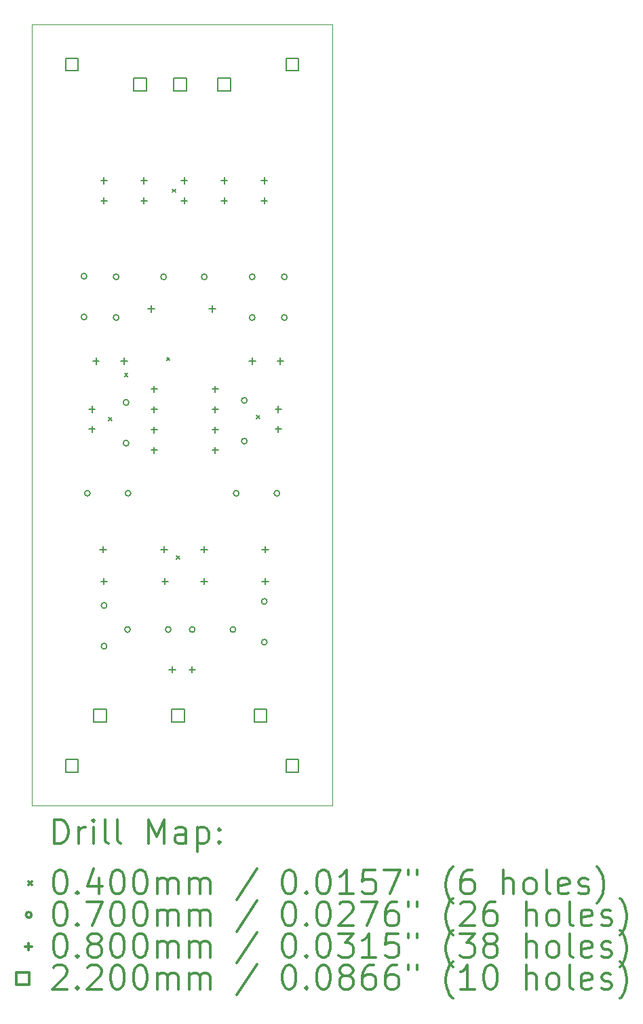
<source format=gbr>
%FSLAX45Y45*%
G04 Gerber Fmt 4.5, Leading zero omitted, Abs format (unit mm)*
G04 Created by KiCad (PCBNEW 5.1.10) date 2021-07-20 18:14:27*
%MOMM*%
%LPD*%
G01*
G04 APERTURE LIST*
%TA.AperFunction,Profile*%
%ADD10C,0.100000*%
%TD*%
%ADD11C,0.200000*%
%ADD12C,0.300000*%
G04 APERTURE END LIST*
D10*
X3750000Y-13000000D02*
X3750000Y-3250000D01*
X7500000Y-13000000D02*
X3750000Y-13000000D01*
X7500000Y-3250000D02*
X7500000Y-13000000D01*
X3750000Y-3250000D02*
X7500000Y-3250000D01*
D11*
X4705000Y-8155000D02*
X4745000Y-8195000D01*
X4745000Y-8155000D02*
X4705000Y-8195000D01*
X4905000Y-7605000D02*
X4945000Y-7645000D01*
X4945000Y-7605000D02*
X4905000Y-7645000D01*
X5430000Y-7405000D02*
X5470000Y-7445000D01*
X5470000Y-7405000D02*
X5430000Y-7445000D01*
X5505000Y-5305000D02*
X5545000Y-5345000D01*
X5545000Y-5305000D02*
X5505000Y-5345000D01*
X5555000Y-9880000D02*
X5595000Y-9920000D01*
X5595000Y-9880000D02*
X5555000Y-9920000D01*
X6555000Y-8130000D02*
X6595000Y-8170000D01*
X6595000Y-8130000D02*
X6555000Y-8170000D01*
X4435000Y-6392000D02*
G75*
G03*
X4435000Y-6392000I-35000J0D01*
G01*
X4435000Y-6900000D02*
G75*
G03*
X4435000Y-6900000I-35000J0D01*
G01*
X4477000Y-9100000D02*
G75*
G03*
X4477000Y-9100000I-35000J0D01*
G01*
X4685000Y-10500000D02*
G75*
G03*
X4685000Y-10500000I-35000J0D01*
G01*
X4685000Y-11008000D02*
G75*
G03*
X4685000Y-11008000I-35000J0D01*
G01*
X4835000Y-6400000D02*
G75*
G03*
X4835000Y-6400000I-35000J0D01*
G01*
X4835000Y-6908000D02*
G75*
G03*
X4835000Y-6908000I-35000J0D01*
G01*
X4960000Y-7967000D02*
G75*
G03*
X4960000Y-7967000I-35000J0D01*
G01*
X4960000Y-8475000D02*
G75*
G03*
X4960000Y-8475000I-35000J0D01*
G01*
X4977000Y-10800000D02*
G75*
G03*
X4977000Y-10800000I-35000J0D01*
G01*
X4985000Y-9100000D02*
G75*
G03*
X4985000Y-9100000I-35000J0D01*
G01*
X5427000Y-6400000D02*
G75*
G03*
X5427000Y-6400000I-35000J0D01*
G01*
X5485000Y-10800000D02*
G75*
G03*
X5485000Y-10800000I-35000J0D01*
G01*
X5785000Y-10800000D02*
G75*
G03*
X5785000Y-10800000I-35000J0D01*
G01*
X5935000Y-6400000D02*
G75*
G03*
X5935000Y-6400000I-35000J0D01*
G01*
X6293000Y-10800000D02*
G75*
G03*
X6293000Y-10800000I-35000J0D01*
G01*
X6335000Y-9100000D02*
G75*
G03*
X6335000Y-9100000I-35000J0D01*
G01*
X6435000Y-7942000D02*
G75*
G03*
X6435000Y-7942000I-35000J0D01*
G01*
X6435000Y-8450000D02*
G75*
G03*
X6435000Y-8450000I-35000J0D01*
G01*
X6535000Y-6400000D02*
G75*
G03*
X6535000Y-6400000I-35000J0D01*
G01*
X6535000Y-6908000D02*
G75*
G03*
X6535000Y-6908000I-35000J0D01*
G01*
X6685000Y-10450000D02*
G75*
G03*
X6685000Y-10450000I-35000J0D01*
G01*
X6685000Y-10958000D02*
G75*
G03*
X6685000Y-10958000I-35000J0D01*
G01*
X6843000Y-9100000D02*
G75*
G03*
X6843000Y-9100000I-35000J0D01*
G01*
X6935000Y-6400000D02*
G75*
G03*
X6935000Y-6400000I-35000J0D01*
G01*
X6935000Y-6908000D02*
G75*
G03*
X6935000Y-6908000I-35000J0D01*
G01*
X4500000Y-8010000D02*
X4500000Y-8090000D01*
X4460000Y-8050000D02*
X4540000Y-8050000D01*
X4500000Y-8260000D02*
X4500000Y-8340000D01*
X4460000Y-8300000D02*
X4540000Y-8300000D01*
X4550000Y-7410000D02*
X4550000Y-7490000D01*
X4510000Y-7450000D02*
X4590000Y-7450000D01*
X4638000Y-9760000D02*
X4638000Y-9840000D01*
X4598000Y-9800000D02*
X4678000Y-9800000D01*
X4650000Y-5160000D02*
X4650000Y-5240000D01*
X4610000Y-5200000D02*
X4690000Y-5200000D01*
X4650000Y-5410000D02*
X4650000Y-5490000D01*
X4610000Y-5450000D02*
X4690000Y-5450000D01*
X4650000Y-10160000D02*
X4650000Y-10240000D01*
X4610000Y-10200000D02*
X4690000Y-10200000D01*
X4900000Y-7410000D02*
X4900000Y-7490000D01*
X4860000Y-7450000D02*
X4940000Y-7450000D01*
X5150000Y-5160000D02*
X5150000Y-5240000D01*
X5110000Y-5200000D02*
X5190000Y-5200000D01*
X5150000Y-5410000D02*
X5150000Y-5490000D01*
X5110000Y-5450000D02*
X5190000Y-5450000D01*
X5238000Y-6760000D02*
X5238000Y-6840000D01*
X5198000Y-6800000D02*
X5278000Y-6800000D01*
X5275000Y-7760000D02*
X5275000Y-7840000D01*
X5235000Y-7800000D02*
X5315000Y-7800000D01*
X5275000Y-8014000D02*
X5275000Y-8094000D01*
X5235000Y-8054000D02*
X5315000Y-8054000D01*
X5275000Y-8268000D02*
X5275000Y-8348000D01*
X5235000Y-8308000D02*
X5315000Y-8308000D01*
X5275000Y-8522000D02*
X5275000Y-8602000D01*
X5235000Y-8562000D02*
X5315000Y-8562000D01*
X5400000Y-9760000D02*
X5400000Y-9840000D01*
X5360000Y-9800000D02*
X5440000Y-9800000D01*
X5412000Y-10160000D02*
X5412000Y-10240000D01*
X5372000Y-10200000D02*
X5452000Y-10200000D01*
X5500000Y-11260000D02*
X5500000Y-11340000D01*
X5460000Y-11300000D02*
X5540000Y-11300000D01*
X5650000Y-5160000D02*
X5650000Y-5240000D01*
X5610000Y-5200000D02*
X5690000Y-5200000D01*
X5650000Y-5410000D02*
X5650000Y-5490000D01*
X5610000Y-5450000D02*
X5690000Y-5450000D01*
X5750000Y-11260000D02*
X5750000Y-11340000D01*
X5710000Y-11300000D02*
X5790000Y-11300000D01*
X5900000Y-9760000D02*
X5900000Y-9840000D01*
X5860000Y-9800000D02*
X5940000Y-9800000D01*
X5900000Y-10160000D02*
X5900000Y-10240000D01*
X5860000Y-10200000D02*
X5940000Y-10200000D01*
X6000000Y-6760000D02*
X6000000Y-6840000D01*
X5960000Y-6800000D02*
X6040000Y-6800000D01*
X6037000Y-7760000D02*
X6037000Y-7840000D01*
X5997000Y-7800000D02*
X6077000Y-7800000D01*
X6037000Y-8014000D02*
X6037000Y-8094000D01*
X5997000Y-8054000D02*
X6077000Y-8054000D01*
X6037000Y-8268000D02*
X6037000Y-8348000D01*
X5997000Y-8308000D02*
X6077000Y-8308000D01*
X6037000Y-8522000D02*
X6037000Y-8602000D01*
X5997000Y-8562000D02*
X6077000Y-8562000D01*
X6150000Y-5160000D02*
X6150000Y-5240000D01*
X6110000Y-5200000D02*
X6190000Y-5200000D01*
X6150000Y-5410000D02*
X6150000Y-5490000D01*
X6110000Y-5450000D02*
X6190000Y-5450000D01*
X6500000Y-7410000D02*
X6500000Y-7490000D01*
X6460000Y-7450000D02*
X6540000Y-7450000D01*
X6650000Y-5160000D02*
X6650000Y-5240000D01*
X6610000Y-5200000D02*
X6690000Y-5200000D01*
X6650000Y-5410000D02*
X6650000Y-5490000D01*
X6610000Y-5450000D02*
X6690000Y-5450000D01*
X6662000Y-9760000D02*
X6662000Y-9840000D01*
X6622000Y-9800000D02*
X6702000Y-9800000D01*
X6662000Y-10160000D02*
X6662000Y-10240000D01*
X6622000Y-10200000D02*
X6702000Y-10200000D01*
X6825000Y-8010000D02*
X6825000Y-8090000D01*
X6785000Y-8050000D02*
X6865000Y-8050000D01*
X6825000Y-8260000D02*
X6825000Y-8340000D01*
X6785000Y-8300000D02*
X6865000Y-8300000D01*
X6850000Y-7410000D02*
X6850000Y-7490000D01*
X6810000Y-7450000D02*
X6890000Y-7450000D01*
X4327783Y-3827782D02*
X4327783Y-3672217D01*
X4172217Y-3672217D01*
X4172217Y-3827782D01*
X4327783Y-3827782D01*
X4327783Y-12577782D02*
X4327783Y-12422217D01*
X4172217Y-12422217D01*
X4172217Y-12577782D01*
X4327783Y-12577782D01*
X4677783Y-11952782D02*
X4677783Y-11797217D01*
X4522218Y-11797217D01*
X4522218Y-11952782D01*
X4677783Y-11952782D01*
X5177783Y-4077782D02*
X5177783Y-3922217D01*
X5022218Y-3922217D01*
X5022218Y-4077782D01*
X5177783Y-4077782D01*
X5652782Y-11952782D02*
X5652782Y-11797217D01*
X5497218Y-11797217D01*
X5497218Y-11952782D01*
X5652782Y-11952782D01*
X5677782Y-4077782D02*
X5677782Y-3922217D01*
X5522218Y-3922217D01*
X5522218Y-4077782D01*
X5677782Y-4077782D01*
X6227782Y-4077782D02*
X6227782Y-3922217D01*
X6072217Y-3922217D01*
X6072217Y-4077782D01*
X6227782Y-4077782D01*
X6677782Y-11952782D02*
X6677782Y-11797217D01*
X6522217Y-11797217D01*
X6522217Y-11952782D01*
X6677782Y-11952782D01*
X7077782Y-3827782D02*
X7077782Y-3672217D01*
X6922217Y-3672217D01*
X6922217Y-3827782D01*
X7077782Y-3827782D01*
X7077782Y-12577782D02*
X7077782Y-12422217D01*
X6922217Y-12422217D01*
X6922217Y-12577782D01*
X7077782Y-12577782D01*
D12*
X4031428Y-13470714D02*
X4031428Y-13170714D01*
X4102857Y-13170714D01*
X4145714Y-13185000D01*
X4174286Y-13213571D01*
X4188571Y-13242143D01*
X4202857Y-13299286D01*
X4202857Y-13342143D01*
X4188571Y-13399286D01*
X4174286Y-13427857D01*
X4145714Y-13456429D01*
X4102857Y-13470714D01*
X4031428Y-13470714D01*
X4331428Y-13470714D02*
X4331428Y-13270714D01*
X4331428Y-13327857D02*
X4345714Y-13299286D01*
X4360000Y-13285000D01*
X4388571Y-13270714D01*
X4417143Y-13270714D01*
X4517143Y-13470714D02*
X4517143Y-13270714D01*
X4517143Y-13170714D02*
X4502857Y-13185000D01*
X4517143Y-13199286D01*
X4531428Y-13185000D01*
X4517143Y-13170714D01*
X4517143Y-13199286D01*
X4702857Y-13470714D02*
X4674286Y-13456429D01*
X4660000Y-13427857D01*
X4660000Y-13170714D01*
X4860000Y-13470714D02*
X4831428Y-13456429D01*
X4817143Y-13427857D01*
X4817143Y-13170714D01*
X5202857Y-13470714D02*
X5202857Y-13170714D01*
X5302857Y-13385000D01*
X5402857Y-13170714D01*
X5402857Y-13470714D01*
X5674286Y-13470714D02*
X5674286Y-13313571D01*
X5660000Y-13285000D01*
X5631428Y-13270714D01*
X5574286Y-13270714D01*
X5545714Y-13285000D01*
X5674286Y-13456429D02*
X5645714Y-13470714D01*
X5574286Y-13470714D01*
X5545714Y-13456429D01*
X5531428Y-13427857D01*
X5531428Y-13399286D01*
X5545714Y-13370714D01*
X5574286Y-13356429D01*
X5645714Y-13356429D01*
X5674286Y-13342143D01*
X5817143Y-13270714D02*
X5817143Y-13570714D01*
X5817143Y-13285000D02*
X5845714Y-13270714D01*
X5902857Y-13270714D01*
X5931428Y-13285000D01*
X5945714Y-13299286D01*
X5960000Y-13327857D01*
X5960000Y-13413571D01*
X5945714Y-13442143D01*
X5931428Y-13456429D01*
X5902857Y-13470714D01*
X5845714Y-13470714D01*
X5817143Y-13456429D01*
X6088571Y-13442143D02*
X6102857Y-13456429D01*
X6088571Y-13470714D01*
X6074286Y-13456429D01*
X6088571Y-13442143D01*
X6088571Y-13470714D01*
X6088571Y-13285000D02*
X6102857Y-13299286D01*
X6088571Y-13313571D01*
X6074286Y-13299286D01*
X6088571Y-13285000D01*
X6088571Y-13313571D01*
X3705000Y-13945000D02*
X3745000Y-13985000D01*
X3745000Y-13945000D02*
X3705000Y-13985000D01*
X4088571Y-13800714D02*
X4117143Y-13800714D01*
X4145714Y-13815000D01*
X4160000Y-13829286D01*
X4174286Y-13857857D01*
X4188571Y-13915000D01*
X4188571Y-13986429D01*
X4174286Y-14043571D01*
X4160000Y-14072143D01*
X4145714Y-14086429D01*
X4117143Y-14100714D01*
X4088571Y-14100714D01*
X4060000Y-14086429D01*
X4045714Y-14072143D01*
X4031428Y-14043571D01*
X4017143Y-13986429D01*
X4017143Y-13915000D01*
X4031428Y-13857857D01*
X4045714Y-13829286D01*
X4060000Y-13815000D01*
X4088571Y-13800714D01*
X4317143Y-14072143D02*
X4331428Y-14086429D01*
X4317143Y-14100714D01*
X4302857Y-14086429D01*
X4317143Y-14072143D01*
X4317143Y-14100714D01*
X4588571Y-13900714D02*
X4588571Y-14100714D01*
X4517143Y-13786429D02*
X4445714Y-14000714D01*
X4631428Y-14000714D01*
X4802857Y-13800714D02*
X4831428Y-13800714D01*
X4860000Y-13815000D01*
X4874286Y-13829286D01*
X4888571Y-13857857D01*
X4902857Y-13915000D01*
X4902857Y-13986429D01*
X4888571Y-14043571D01*
X4874286Y-14072143D01*
X4860000Y-14086429D01*
X4831428Y-14100714D01*
X4802857Y-14100714D01*
X4774286Y-14086429D01*
X4760000Y-14072143D01*
X4745714Y-14043571D01*
X4731428Y-13986429D01*
X4731428Y-13915000D01*
X4745714Y-13857857D01*
X4760000Y-13829286D01*
X4774286Y-13815000D01*
X4802857Y-13800714D01*
X5088571Y-13800714D02*
X5117143Y-13800714D01*
X5145714Y-13815000D01*
X5160000Y-13829286D01*
X5174286Y-13857857D01*
X5188571Y-13915000D01*
X5188571Y-13986429D01*
X5174286Y-14043571D01*
X5160000Y-14072143D01*
X5145714Y-14086429D01*
X5117143Y-14100714D01*
X5088571Y-14100714D01*
X5060000Y-14086429D01*
X5045714Y-14072143D01*
X5031428Y-14043571D01*
X5017143Y-13986429D01*
X5017143Y-13915000D01*
X5031428Y-13857857D01*
X5045714Y-13829286D01*
X5060000Y-13815000D01*
X5088571Y-13800714D01*
X5317143Y-14100714D02*
X5317143Y-13900714D01*
X5317143Y-13929286D02*
X5331428Y-13915000D01*
X5360000Y-13900714D01*
X5402857Y-13900714D01*
X5431428Y-13915000D01*
X5445714Y-13943571D01*
X5445714Y-14100714D01*
X5445714Y-13943571D02*
X5460000Y-13915000D01*
X5488571Y-13900714D01*
X5531428Y-13900714D01*
X5560000Y-13915000D01*
X5574286Y-13943571D01*
X5574286Y-14100714D01*
X5717143Y-14100714D02*
X5717143Y-13900714D01*
X5717143Y-13929286D02*
X5731428Y-13915000D01*
X5760000Y-13900714D01*
X5802857Y-13900714D01*
X5831428Y-13915000D01*
X5845714Y-13943571D01*
X5845714Y-14100714D01*
X5845714Y-13943571D02*
X5860000Y-13915000D01*
X5888571Y-13900714D01*
X5931428Y-13900714D01*
X5960000Y-13915000D01*
X5974286Y-13943571D01*
X5974286Y-14100714D01*
X6560000Y-13786429D02*
X6302857Y-14172143D01*
X6945714Y-13800714D02*
X6974286Y-13800714D01*
X7002857Y-13815000D01*
X7017143Y-13829286D01*
X7031428Y-13857857D01*
X7045714Y-13915000D01*
X7045714Y-13986429D01*
X7031428Y-14043571D01*
X7017143Y-14072143D01*
X7002857Y-14086429D01*
X6974286Y-14100714D01*
X6945714Y-14100714D01*
X6917143Y-14086429D01*
X6902857Y-14072143D01*
X6888571Y-14043571D01*
X6874286Y-13986429D01*
X6874286Y-13915000D01*
X6888571Y-13857857D01*
X6902857Y-13829286D01*
X6917143Y-13815000D01*
X6945714Y-13800714D01*
X7174286Y-14072143D02*
X7188571Y-14086429D01*
X7174286Y-14100714D01*
X7160000Y-14086429D01*
X7174286Y-14072143D01*
X7174286Y-14100714D01*
X7374286Y-13800714D02*
X7402857Y-13800714D01*
X7431428Y-13815000D01*
X7445714Y-13829286D01*
X7460000Y-13857857D01*
X7474286Y-13915000D01*
X7474286Y-13986429D01*
X7460000Y-14043571D01*
X7445714Y-14072143D01*
X7431428Y-14086429D01*
X7402857Y-14100714D01*
X7374286Y-14100714D01*
X7345714Y-14086429D01*
X7331428Y-14072143D01*
X7317143Y-14043571D01*
X7302857Y-13986429D01*
X7302857Y-13915000D01*
X7317143Y-13857857D01*
X7331428Y-13829286D01*
X7345714Y-13815000D01*
X7374286Y-13800714D01*
X7760000Y-14100714D02*
X7588571Y-14100714D01*
X7674286Y-14100714D02*
X7674286Y-13800714D01*
X7645714Y-13843571D01*
X7617143Y-13872143D01*
X7588571Y-13886429D01*
X8031428Y-13800714D02*
X7888571Y-13800714D01*
X7874286Y-13943571D01*
X7888571Y-13929286D01*
X7917143Y-13915000D01*
X7988571Y-13915000D01*
X8017143Y-13929286D01*
X8031428Y-13943571D01*
X8045714Y-13972143D01*
X8045714Y-14043571D01*
X8031428Y-14072143D01*
X8017143Y-14086429D01*
X7988571Y-14100714D01*
X7917143Y-14100714D01*
X7888571Y-14086429D01*
X7874286Y-14072143D01*
X8145714Y-13800714D02*
X8345714Y-13800714D01*
X8217143Y-14100714D01*
X8445714Y-13800714D02*
X8445714Y-13857857D01*
X8560000Y-13800714D02*
X8560000Y-13857857D01*
X9002857Y-14215000D02*
X8988571Y-14200714D01*
X8960000Y-14157857D01*
X8945714Y-14129286D01*
X8931428Y-14086429D01*
X8917143Y-14015000D01*
X8917143Y-13957857D01*
X8931428Y-13886429D01*
X8945714Y-13843571D01*
X8960000Y-13815000D01*
X8988571Y-13772143D01*
X9002857Y-13757857D01*
X9245714Y-13800714D02*
X9188571Y-13800714D01*
X9160000Y-13815000D01*
X9145714Y-13829286D01*
X9117143Y-13872143D01*
X9102857Y-13929286D01*
X9102857Y-14043571D01*
X9117143Y-14072143D01*
X9131428Y-14086429D01*
X9160000Y-14100714D01*
X9217143Y-14100714D01*
X9245714Y-14086429D01*
X9260000Y-14072143D01*
X9274286Y-14043571D01*
X9274286Y-13972143D01*
X9260000Y-13943571D01*
X9245714Y-13929286D01*
X9217143Y-13915000D01*
X9160000Y-13915000D01*
X9131428Y-13929286D01*
X9117143Y-13943571D01*
X9102857Y-13972143D01*
X9631428Y-14100714D02*
X9631428Y-13800714D01*
X9760000Y-14100714D02*
X9760000Y-13943571D01*
X9745714Y-13915000D01*
X9717143Y-13900714D01*
X9674286Y-13900714D01*
X9645714Y-13915000D01*
X9631428Y-13929286D01*
X9945714Y-14100714D02*
X9917143Y-14086429D01*
X9902857Y-14072143D01*
X9888571Y-14043571D01*
X9888571Y-13957857D01*
X9902857Y-13929286D01*
X9917143Y-13915000D01*
X9945714Y-13900714D01*
X9988571Y-13900714D01*
X10017143Y-13915000D01*
X10031428Y-13929286D01*
X10045714Y-13957857D01*
X10045714Y-14043571D01*
X10031428Y-14072143D01*
X10017143Y-14086429D01*
X9988571Y-14100714D01*
X9945714Y-14100714D01*
X10217143Y-14100714D02*
X10188571Y-14086429D01*
X10174286Y-14057857D01*
X10174286Y-13800714D01*
X10445714Y-14086429D02*
X10417143Y-14100714D01*
X10360000Y-14100714D01*
X10331428Y-14086429D01*
X10317143Y-14057857D01*
X10317143Y-13943571D01*
X10331428Y-13915000D01*
X10360000Y-13900714D01*
X10417143Y-13900714D01*
X10445714Y-13915000D01*
X10460000Y-13943571D01*
X10460000Y-13972143D01*
X10317143Y-14000714D01*
X10574286Y-14086429D02*
X10602857Y-14100714D01*
X10660000Y-14100714D01*
X10688571Y-14086429D01*
X10702857Y-14057857D01*
X10702857Y-14043571D01*
X10688571Y-14015000D01*
X10660000Y-14000714D01*
X10617143Y-14000714D01*
X10588571Y-13986429D01*
X10574286Y-13957857D01*
X10574286Y-13943571D01*
X10588571Y-13915000D01*
X10617143Y-13900714D01*
X10660000Y-13900714D01*
X10688571Y-13915000D01*
X10802857Y-14215000D02*
X10817143Y-14200714D01*
X10845714Y-14157857D01*
X10860000Y-14129286D01*
X10874286Y-14086429D01*
X10888571Y-14015000D01*
X10888571Y-13957857D01*
X10874286Y-13886429D01*
X10860000Y-13843571D01*
X10845714Y-13815000D01*
X10817143Y-13772143D01*
X10802857Y-13757857D01*
X3745000Y-14361000D02*
G75*
G03*
X3745000Y-14361000I-35000J0D01*
G01*
X4088571Y-14196714D02*
X4117143Y-14196714D01*
X4145714Y-14211000D01*
X4160000Y-14225286D01*
X4174286Y-14253857D01*
X4188571Y-14311000D01*
X4188571Y-14382429D01*
X4174286Y-14439571D01*
X4160000Y-14468143D01*
X4145714Y-14482429D01*
X4117143Y-14496714D01*
X4088571Y-14496714D01*
X4060000Y-14482429D01*
X4045714Y-14468143D01*
X4031428Y-14439571D01*
X4017143Y-14382429D01*
X4017143Y-14311000D01*
X4031428Y-14253857D01*
X4045714Y-14225286D01*
X4060000Y-14211000D01*
X4088571Y-14196714D01*
X4317143Y-14468143D02*
X4331428Y-14482429D01*
X4317143Y-14496714D01*
X4302857Y-14482429D01*
X4317143Y-14468143D01*
X4317143Y-14496714D01*
X4431428Y-14196714D02*
X4631428Y-14196714D01*
X4502857Y-14496714D01*
X4802857Y-14196714D02*
X4831428Y-14196714D01*
X4860000Y-14211000D01*
X4874286Y-14225286D01*
X4888571Y-14253857D01*
X4902857Y-14311000D01*
X4902857Y-14382429D01*
X4888571Y-14439571D01*
X4874286Y-14468143D01*
X4860000Y-14482429D01*
X4831428Y-14496714D01*
X4802857Y-14496714D01*
X4774286Y-14482429D01*
X4760000Y-14468143D01*
X4745714Y-14439571D01*
X4731428Y-14382429D01*
X4731428Y-14311000D01*
X4745714Y-14253857D01*
X4760000Y-14225286D01*
X4774286Y-14211000D01*
X4802857Y-14196714D01*
X5088571Y-14196714D02*
X5117143Y-14196714D01*
X5145714Y-14211000D01*
X5160000Y-14225286D01*
X5174286Y-14253857D01*
X5188571Y-14311000D01*
X5188571Y-14382429D01*
X5174286Y-14439571D01*
X5160000Y-14468143D01*
X5145714Y-14482429D01*
X5117143Y-14496714D01*
X5088571Y-14496714D01*
X5060000Y-14482429D01*
X5045714Y-14468143D01*
X5031428Y-14439571D01*
X5017143Y-14382429D01*
X5017143Y-14311000D01*
X5031428Y-14253857D01*
X5045714Y-14225286D01*
X5060000Y-14211000D01*
X5088571Y-14196714D01*
X5317143Y-14496714D02*
X5317143Y-14296714D01*
X5317143Y-14325286D02*
X5331428Y-14311000D01*
X5360000Y-14296714D01*
X5402857Y-14296714D01*
X5431428Y-14311000D01*
X5445714Y-14339571D01*
X5445714Y-14496714D01*
X5445714Y-14339571D02*
X5460000Y-14311000D01*
X5488571Y-14296714D01*
X5531428Y-14296714D01*
X5560000Y-14311000D01*
X5574286Y-14339571D01*
X5574286Y-14496714D01*
X5717143Y-14496714D02*
X5717143Y-14296714D01*
X5717143Y-14325286D02*
X5731428Y-14311000D01*
X5760000Y-14296714D01*
X5802857Y-14296714D01*
X5831428Y-14311000D01*
X5845714Y-14339571D01*
X5845714Y-14496714D01*
X5845714Y-14339571D02*
X5860000Y-14311000D01*
X5888571Y-14296714D01*
X5931428Y-14296714D01*
X5960000Y-14311000D01*
X5974286Y-14339571D01*
X5974286Y-14496714D01*
X6560000Y-14182429D02*
X6302857Y-14568143D01*
X6945714Y-14196714D02*
X6974286Y-14196714D01*
X7002857Y-14211000D01*
X7017143Y-14225286D01*
X7031428Y-14253857D01*
X7045714Y-14311000D01*
X7045714Y-14382429D01*
X7031428Y-14439571D01*
X7017143Y-14468143D01*
X7002857Y-14482429D01*
X6974286Y-14496714D01*
X6945714Y-14496714D01*
X6917143Y-14482429D01*
X6902857Y-14468143D01*
X6888571Y-14439571D01*
X6874286Y-14382429D01*
X6874286Y-14311000D01*
X6888571Y-14253857D01*
X6902857Y-14225286D01*
X6917143Y-14211000D01*
X6945714Y-14196714D01*
X7174286Y-14468143D02*
X7188571Y-14482429D01*
X7174286Y-14496714D01*
X7160000Y-14482429D01*
X7174286Y-14468143D01*
X7174286Y-14496714D01*
X7374286Y-14196714D02*
X7402857Y-14196714D01*
X7431428Y-14211000D01*
X7445714Y-14225286D01*
X7460000Y-14253857D01*
X7474286Y-14311000D01*
X7474286Y-14382429D01*
X7460000Y-14439571D01*
X7445714Y-14468143D01*
X7431428Y-14482429D01*
X7402857Y-14496714D01*
X7374286Y-14496714D01*
X7345714Y-14482429D01*
X7331428Y-14468143D01*
X7317143Y-14439571D01*
X7302857Y-14382429D01*
X7302857Y-14311000D01*
X7317143Y-14253857D01*
X7331428Y-14225286D01*
X7345714Y-14211000D01*
X7374286Y-14196714D01*
X7588571Y-14225286D02*
X7602857Y-14211000D01*
X7631428Y-14196714D01*
X7702857Y-14196714D01*
X7731428Y-14211000D01*
X7745714Y-14225286D01*
X7760000Y-14253857D01*
X7760000Y-14282429D01*
X7745714Y-14325286D01*
X7574286Y-14496714D01*
X7760000Y-14496714D01*
X7860000Y-14196714D02*
X8060000Y-14196714D01*
X7931428Y-14496714D01*
X8302857Y-14196714D02*
X8245714Y-14196714D01*
X8217143Y-14211000D01*
X8202857Y-14225286D01*
X8174286Y-14268143D01*
X8160000Y-14325286D01*
X8160000Y-14439571D01*
X8174286Y-14468143D01*
X8188571Y-14482429D01*
X8217143Y-14496714D01*
X8274286Y-14496714D01*
X8302857Y-14482429D01*
X8317143Y-14468143D01*
X8331428Y-14439571D01*
X8331428Y-14368143D01*
X8317143Y-14339571D01*
X8302857Y-14325286D01*
X8274286Y-14311000D01*
X8217143Y-14311000D01*
X8188571Y-14325286D01*
X8174286Y-14339571D01*
X8160000Y-14368143D01*
X8445714Y-14196714D02*
X8445714Y-14253857D01*
X8560000Y-14196714D02*
X8560000Y-14253857D01*
X9002857Y-14611000D02*
X8988571Y-14596714D01*
X8960000Y-14553857D01*
X8945714Y-14525286D01*
X8931428Y-14482429D01*
X8917143Y-14411000D01*
X8917143Y-14353857D01*
X8931428Y-14282429D01*
X8945714Y-14239571D01*
X8960000Y-14211000D01*
X8988571Y-14168143D01*
X9002857Y-14153857D01*
X9102857Y-14225286D02*
X9117143Y-14211000D01*
X9145714Y-14196714D01*
X9217143Y-14196714D01*
X9245714Y-14211000D01*
X9260000Y-14225286D01*
X9274286Y-14253857D01*
X9274286Y-14282429D01*
X9260000Y-14325286D01*
X9088571Y-14496714D01*
X9274286Y-14496714D01*
X9531428Y-14196714D02*
X9474286Y-14196714D01*
X9445714Y-14211000D01*
X9431428Y-14225286D01*
X9402857Y-14268143D01*
X9388571Y-14325286D01*
X9388571Y-14439571D01*
X9402857Y-14468143D01*
X9417143Y-14482429D01*
X9445714Y-14496714D01*
X9502857Y-14496714D01*
X9531428Y-14482429D01*
X9545714Y-14468143D01*
X9560000Y-14439571D01*
X9560000Y-14368143D01*
X9545714Y-14339571D01*
X9531428Y-14325286D01*
X9502857Y-14311000D01*
X9445714Y-14311000D01*
X9417143Y-14325286D01*
X9402857Y-14339571D01*
X9388571Y-14368143D01*
X9917143Y-14496714D02*
X9917143Y-14196714D01*
X10045714Y-14496714D02*
X10045714Y-14339571D01*
X10031428Y-14311000D01*
X10002857Y-14296714D01*
X9960000Y-14296714D01*
X9931428Y-14311000D01*
X9917143Y-14325286D01*
X10231428Y-14496714D02*
X10202857Y-14482429D01*
X10188571Y-14468143D01*
X10174286Y-14439571D01*
X10174286Y-14353857D01*
X10188571Y-14325286D01*
X10202857Y-14311000D01*
X10231428Y-14296714D01*
X10274286Y-14296714D01*
X10302857Y-14311000D01*
X10317143Y-14325286D01*
X10331428Y-14353857D01*
X10331428Y-14439571D01*
X10317143Y-14468143D01*
X10302857Y-14482429D01*
X10274286Y-14496714D01*
X10231428Y-14496714D01*
X10502857Y-14496714D02*
X10474286Y-14482429D01*
X10460000Y-14453857D01*
X10460000Y-14196714D01*
X10731428Y-14482429D02*
X10702857Y-14496714D01*
X10645714Y-14496714D01*
X10617143Y-14482429D01*
X10602857Y-14453857D01*
X10602857Y-14339571D01*
X10617143Y-14311000D01*
X10645714Y-14296714D01*
X10702857Y-14296714D01*
X10731428Y-14311000D01*
X10745714Y-14339571D01*
X10745714Y-14368143D01*
X10602857Y-14396714D01*
X10860000Y-14482429D02*
X10888571Y-14496714D01*
X10945714Y-14496714D01*
X10974286Y-14482429D01*
X10988571Y-14453857D01*
X10988571Y-14439571D01*
X10974286Y-14411000D01*
X10945714Y-14396714D01*
X10902857Y-14396714D01*
X10874286Y-14382429D01*
X10860000Y-14353857D01*
X10860000Y-14339571D01*
X10874286Y-14311000D01*
X10902857Y-14296714D01*
X10945714Y-14296714D01*
X10974286Y-14311000D01*
X11088571Y-14611000D02*
X11102857Y-14596714D01*
X11131428Y-14553857D01*
X11145714Y-14525286D01*
X11160000Y-14482429D01*
X11174286Y-14411000D01*
X11174286Y-14353857D01*
X11160000Y-14282429D01*
X11145714Y-14239571D01*
X11131428Y-14211000D01*
X11102857Y-14168143D01*
X11088571Y-14153857D01*
X3705000Y-14717000D02*
X3705000Y-14797000D01*
X3665000Y-14757000D02*
X3745000Y-14757000D01*
X4088571Y-14592714D02*
X4117143Y-14592714D01*
X4145714Y-14607000D01*
X4160000Y-14621286D01*
X4174286Y-14649857D01*
X4188571Y-14707000D01*
X4188571Y-14778429D01*
X4174286Y-14835571D01*
X4160000Y-14864143D01*
X4145714Y-14878429D01*
X4117143Y-14892714D01*
X4088571Y-14892714D01*
X4060000Y-14878429D01*
X4045714Y-14864143D01*
X4031428Y-14835571D01*
X4017143Y-14778429D01*
X4017143Y-14707000D01*
X4031428Y-14649857D01*
X4045714Y-14621286D01*
X4060000Y-14607000D01*
X4088571Y-14592714D01*
X4317143Y-14864143D02*
X4331428Y-14878429D01*
X4317143Y-14892714D01*
X4302857Y-14878429D01*
X4317143Y-14864143D01*
X4317143Y-14892714D01*
X4502857Y-14721286D02*
X4474286Y-14707000D01*
X4460000Y-14692714D01*
X4445714Y-14664143D01*
X4445714Y-14649857D01*
X4460000Y-14621286D01*
X4474286Y-14607000D01*
X4502857Y-14592714D01*
X4560000Y-14592714D01*
X4588571Y-14607000D01*
X4602857Y-14621286D01*
X4617143Y-14649857D01*
X4617143Y-14664143D01*
X4602857Y-14692714D01*
X4588571Y-14707000D01*
X4560000Y-14721286D01*
X4502857Y-14721286D01*
X4474286Y-14735571D01*
X4460000Y-14749857D01*
X4445714Y-14778429D01*
X4445714Y-14835571D01*
X4460000Y-14864143D01*
X4474286Y-14878429D01*
X4502857Y-14892714D01*
X4560000Y-14892714D01*
X4588571Y-14878429D01*
X4602857Y-14864143D01*
X4617143Y-14835571D01*
X4617143Y-14778429D01*
X4602857Y-14749857D01*
X4588571Y-14735571D01*
X4560000Y-14721286D01*
X4802857Y-14592714D02*
X4831428Y-14592714D01*
X4860000Y-14607000D01*
X4874286Y-14621286D01*
X4888571Y-14649857D01*
X4902857Y-14707000D01*
X4902857Y-14778429D01*
X4888571Y-14835571D01*
X4874286Y-14864143D01*
X4860000Y-14878429D01*
X4831428Y-14892714D01*
X4802857Y-14892714D01*
X4774286Y-14878429D01*
X4760000Y-14864143D01*
X4745714Y-14835571D01*
X4731428Y-14778429D01*
X4731428Y-14707000D01*
X4745714Y-14649857D01*
X4760000Y-14621286D01*
X4774286Y-14607000D01*
X4802857Y-14592714D01*
X5088571Y-14592714D02*
X5117143Y-14592714D01*
X5145714Y-14607000D01*
X5160000Y-14621286D01*
X5174286Y-14649857D01*
X5188571Y-14707000D01*
X5188571Y-14778429D01*
X5174286Y-14835571D01*
X5160000Y-14864143D01*
X5145714Y-14878429D01*
X5117143Y-14892714D01*
X5088571Y-14892714D01*
X5060000Y-14878429D01*
X5045714Y-14864143D01*
X5031428Y-14835571D01*
X5017143Y-14778429D01*
X5017143Y-14707000D01*
X5031428Y-14649857D01*
X5045714Y-14621286D01*
X5060000Y-14607000D01*
X5088571Y-14592714D01*
X5317143Y-14892714D02*
X5317143Y-14692714D01*
X5317143Y-14721286D02*
X5331428Y-14707000D01*
X5360000Y-14692714D01*
X5402857Y-14692714D01*
X5431428Y-14707000D01*
X5445714Y-14735571D01*
X5445714Y-14892714D01*
X5445714Y-14735571D02*
X5460000Y-14707000D01*
X5488571Y-14692714D01*
X5531428Y-14692714D01*
X5560000Y-14707000D01*
X5574286Y-14735571D01*
X5574286Y-14892714D01*
X5717143Y-14892714D02*
X5717143Y-14692714D01*
X5717143Y-14721286D02*
X5731428Y-14707000D01*
X5760000Y-14692714D01*
X5802857Y-14692714D01*
X5831428Y-14707000D01*
X5845714Y-14735571D01*
X5845714Y-14892714D01*
X5845714Y-14735571D02*
X5860000Y-14707000D01*
X5888571Y-14692714D01*
X5931428Y-14692714D01*
X5960000Y-14707000D01*
X5974286Y-14735571D01*
X5974286Y-14892714D01*
X6560000Y-14578429D02*
X6302857Y-14964143D01*
X6945714Y-14592714D02*
X6974286Y-14592714D01*
X7002857Y-14607000D01*
X7017143Y-14621286D01*
X7031428Y-14649857D01*
X7045714Y-14707000D01*
X7045714Y-14778429D01*
X7031428Y-14835571D01*
X7017143Y-14864143D01*
X7002857Y-14878429D01*
X6974286Y-14892714D01*
X6945714Y-14892714D01*
X6917143Y-14878429D01*
X6902857Y-14864143D01*
X6888571Y-14835571D01*
X6874286Y-14778429D01*
X6874286Y-14707000D01*
X6888571Y-14649857D01*
X6902857Y-14621286D01*
X6917143Y-14607000D01*
X6945714Y-14592714D01*
X7174286Y-14864143D02*
X7188571Y-14878429D01*
X7174286Y-14892714D01*
X7160000Y-14878429D01*
X7174286Y-14864143D01*
X7174286Y-14892714D01*
X7374286Y-14592714D02*
X7402857Y-14592714D01*
X7431428Y-14607000D01*
X7445714Y-14621286D01*
X7460000Y-14649857D01*
X7474286Y-14707000D01*
X7474286Y-14778429D01*
X7460000Y-14835571D01*
X7445714Y-14864143D01*
X7431428Y-14878429D01*
X7402857Y-14892714D01*
X7374286Y-14892714D01*
X7345714Y-14878429D01*
X7331428Y-14864143D01*
X7317143Y-14835571D01*
X7302857Y-14778429D01*
X7302857Y-14707000D01*
X7317143Y-14649857D01*
X7331428Y-14621286D01*
X7345714Y-14607000D01*
X7374286Y-14592714D01*
X7574286Y-14592714D02*
X7760000Y-14592714D01*
X7660000Y-14707000D01*
X7702857Y-14707000D01*
X7731428Y-14721286D01*
X7745714Y-14735571D01*
X7760000Y-14764143D01*
X7760000Y-14835571D01*
X7745714Y-14864143D01*
X7731428Y-14878429D01*
X7702857Y-14892714D01*
X7617143Y-14892714D01*
X7588571Y-14878429D01*
X7574286Y-14864143D01*
X8045714Y-14892714D02*
X7874286Y-14892714D01*
X7960000Y-14892714D02*
X7960000Y-14592714D01*
X7931428Y-14635571D01*
X7902857Y-14664143D01*
X7874286Y-14678429D01*
X8317143Y-14592714D02*
X8174286Y-14592714D01*
X8160000Y-14735571D01*
X8174286Y-14721286D01*
X8202857Y-14707000D01*
X8274286Y-14707000D01*
X8302857Y-14721286D01*
X8317143Y-14735571D01*
X8331428Y-14764143D01*
X8331428Y-14835571D01*
X8317143Y-14864143D01*
X8302857Y-14878429D01*
X8274286Y-14892714D01*
X8202857Y-14892714D01*
X8174286Y-14878429D01*
X8160000Y-14864143D01*
X8445714Y-14592714D02*
X8445714Y-14649857D01*
X8560000Y-14592714D02*
X8560000Y-14649857D01*
X9002857Y-15007000D02*
X8988571Y-14992714D01*
X8960000Y-14949857D01*
X8945714Y-14921286D01*
X8931428Y-14878429D01*
X8917143Y-14807000D01*
X8917143Y-14749857D01*
X8931428Y-14678429D01*
X8945714Y-14635571D01*
X8960000Y-14607000D01*
X8988571Y-14564143D01*
X9002857Y-14549857D01*
X9088571Y-14592714D02*
X9274286Y-14592714D01*
X9174286Y-14707000D01*
X9217143Y-14707000D01*
X9245714Y-14721286D01*
X9260000Y-14735571D01*
X9274286Y-14764143D01*
X9274286Y-14835571D01*
X9260000Y-14864143D01*
X9245714Y-14878429D01*
X9217143Y-14892714D01*
X9131428Y-14892714D01*
X9102857Y-14878429D01*
X9088571Y-14864143D01*
X9445714Y-14721286D02*
X9417143Y-14707000D01*
X9402857Y-14692714D01*
X9388571Y-14664143D01*
X9388571Y-14649857D01*
X9402857Y-14621286D01*
X9417143Y-14607000D01*
X9445714Y-14592714D01*
X9502857Y-14592714D01*
X9531428Y-14607000D01*
X9545714Y-14621286D01*
X9560000Y-14649857D01*
X9560000Y-14664143D01*
X9545714Y-14692714D01*
X9531428Y-14707000D01*
X9502857Y-14721286D01*
X9445714Y-14721286D01*
X9417143Y-14735571D01*
X9402857Y-14749857D01*
X9388571Y-14778429D01*
X9388571Y-14835571D01*
X9402857Y-14864143D01*
X9417143Y-14878429D01*
X9445714Y-14892714D01*
X9502857Y-14892714D01*
X9531428Y-14878429D01*
X9545714Y-14864143D01*
X9560000Y-14835571D01*
X9560000Y-14778429D01*
X9545714Y-14749857D01*
X9531428Y-14735571D01*
X9502857Y-14721286D01*
X9917143Y-14892714D02*
X9917143Y-14592714D01*
X10045714Y-14892714D02*
X10045714Y-14735571D01*
X10031428Y-14707000D01*
X10002857Y-14692714D01*
X9960000Y-14692714D01*
X9931428Y-14707000D01*
X9917143Y-14721286D01*
X10231428Y-14892714D02*
X10202857Y-14878429D01*
X10188571Y-14864143D01*
X10174286Y-14835571D01*
X10174286Y-14749857D01*
X10188571Y-14721286D01*
X10202857Y-14707000D01*
X10231428Y-14692714D01*
X10274286Y-14692714D01*
X10302857Y-14707000D01*
X10317143Y-14721286D01*
X10331428Y-14749857D01*
X10331428Y-14835571D01*
X10317143Y-14864143D01*
X10302857Y-14878429D01*
X10274286Y-14892714D01*
X10231428Y-14892714D01*
X10502857Y-14892714D02*
X10474286Y-14878429D01*
X10460000Y-14849857D01*
X10460000Y-14592714D01*
X10731428Y-14878429D02*
X10702857Y-14892714D01*
X10645714Y-14892714D01*
X10617143Y-14878429D01*
X10602857Y-14849857D01*
X10602857Y-14735571D01*
X10617143Y-14707000D01*
X10645714Y-14692714D01*
X10702857Y-14692714D01*
X10731428Y-14707000D01*
X10745714Y-14735571D01*
X10745714Y-14764143D01*
X10602857Y-14792714D01*
X10860000Y-14878429D02*
X10888571Y-14892714D01*
X10945714Y-14892714D01*
X10974286Y-14878429D01*
X10988571Y-14849857D01*
X10988571Y-14835571D01*
X10974286Y-14807000D01*
X10945714Y-14792714D01*
X10902857Y-14792714D01*
X10874286Y-14778429D01*
X10860000Y-14749857D01*
X10860000Y-14735571D01*
X10874286Y-14707000D01*
X10902857Y-14692714D01*
X10945714Y-14692714D01*
X10974286Y-14707000D01*
X11088571Y-15007000D02*
X11102857Y-14992714D01*
X11131428Y-14949857D01*
X11145714Y-14921286D01*
X11160000Y-14878429D01*
X11174286Y-14807000D01*
X11174286Y-14749857D01*
X11160000Y-14678429D01*
X11145714Y-14635571D01*
X11131428Y-14607000D01*
X11102857Y-14564143D01*
X11088571Y-14549857D01*
X3712782Y-15230783D02*
X3712782Y-15075218D01*
X3557217Y-15075218D01*
X3557217Y-15230783D01*
X3712782Y-15230783D01*
X4017143Y-15017286D02*
X4031428Y-15003000D01*
X4060000Y-14988714D01*
X4131428Y-14988714D01*
X4160000Y-15003000D01*
X4174286Y-15017286D01*
X4188571Y-15045857D01*
X4188571Y-15074429D01*
X4174286Y-15117286D01*
X4002857Y-15288714D01*
X4188571Y-15288714D01*
X4317143Y-15260143D02*
X4331428Y-15274429D01*
X4317143Y-15288714D01*
X4302857Y-15274429D01*
X4317143Y-15260143D01*
X4317143Y-15288714D01*
X4445714Y-15017286D02*
X4460000Y-15003000D01*
X4488571Y-14988714D01*
X4560000Y-14988714D01*
X4588571Y-15003000D01*
X4602857Y-15017286D01*
X4617143Y-15045857D01*
X4617143Y-15074429D01*
X4602857Y-15117286D01*
X4431428Y-15288714D01*
X4617143Y-15288714D01*
X4802857Y-14988714D02*
X4831428Y-14988714D01*
X4860000Y-15003000D01*
X4874286Y-15017286D01*
X4888571Y-15045857D01*
X4902857Y-15103000D01*
X4902857Y-15174429D01*
X4888571Y-15231571D01*
X4874286Y-15260143D01*
X4860000Y-15274429D01*
X4831428Y-15288714D01*
X4802857Y-15288714D01*
X4774286Y-15274429D01*
X4760000Y-15260143D01*
X4745714Y-15231571D01*
X4731428Y-15174429D01*
X4731428Y-15103000D01*
X4745714Y-15045857D01*
X4760000Y-15017286D01*
X4774286Y-15003000D01*
X4802857Y-14988714D01*
X5088571Y-14988714D02*
X5117143Y-14988714D01*
X5145714Y-15003000D01*
X5160000Y-15017286D01*
X5174286Y-15045857D01*
X5188571Y-15103000D01*
X5188571Y-15174429D01*
X5174286Y-15231571D01*
X5160000Y-15260143D01*
X5145714Y-15274429D01*
X5117143Y-15288714D01*
X5088571Y-15288714D01*
X5060000Y-15274429D01*
X5045714Y-15260143D01*
X5031428Y-15231571D01*
X5017143Y-15174429D01*
X5017143Y-15103000D01*
X5031428Y-15045857D01*
X5045714Y-15017286D01*
X5060000Y-15003000D01*
X5088571Y-14988714D01*
X5317143Y-15288714D02*
X5317143Y-15088714D01*
X5317143Y-15117286D02*
X5331428Y-15103000D01*
X5360000Y-15088714D01*
X5402857Y-15088714D01*
X5431428Y-15103000D01*
X5445714Y-15131571D01*
X5445714Y-15288714D01*
X5445714Y-15131571D02*
X5460000Y-15103000D01*
X5488571Y-15088714D01*
X5531428Y-15088714D01*
X5560000Y-15103000D01*
X5574286Y-15131571D01*
X5574286Y-15288714D01*
X5717143Y-15288714D02*
X5717143Y-15088714D01*
X5717143Y-15117286D02*
X5731428Y-15103000D01*
X5760000Y-15088714D01*
X5802857Y-15088714D01*
X5831428Y-15103000D01*
X5845714Y-15131571D01*
X5845714Y-15288714D01*
X5845714Y-15131571D02*
X5860000Y-15103000D01*
X5888571Y-15088714D01*
X5931428Y-15088714D01*
X5960000Y-15103000D01*
X5974286Y-15131571D01*
X5974286Y-15288714D01*
X6560000Y-14974429D02*
X6302857Y-15360143D01*
X6945714Y-14988714D02*
X6974286Y-14988714D01*
X7002857Y-15003000D01*
X7017143Y-15017286D01*
X7031428Y-15045857D01*
X7045714Y-15103000D01*
X7045714Y-15174429D01*
X7031428Y-15231571D01*
X7017143Y-15260143D01*
X7002857Y-15274429D01*
X6974286Y-15288714D01*
X6945714Y-15288714D01*
X6917143Y-15274429D01*
X6902857Y-15260143D01*
X6888571Y-15231571D01*
X6874286Y-15174429D01*
X6874286Y-15103000D01*
X6888571Y-15045857D01*
X6902857Y-15017286D01*
X6917143Y-15003000D01*
X6945714Y-14988714D01*
X7174286Y-15260143D02*
X7188571Y-15274429D01*
X7174286Y-15288714D01*
X7160000Y-15274429D01*
X7174286Y-15260143D01*
X7174286Y-15288714D01*
X7374286Y-14988714D02*
X7402857Y-14988714D01*
X7431428Y-15003000D01*
X7445714Y-15017286D01*
X7460000Y-15045857D01*
X7474286Y-15103000D01*
X7474286Y-15174429D01*
X7460000Y-15231571D01*
X7445714Y-15260143D01*
X7431428Y-15274429D01*
X7402857Y-15288714D01*
X7374286Y-15288714D01*
X7345714Y-15274429D01*
X7331428Y-15260143D01*
X7317143Y-15231571D01*
X7302857Y-15174429D01*
X7302857Y-15103000D01*
X7317143Y-15045857D01*
X7331428Y-15017286D01*
X7345714Y-15003000D01*
X7374286Y-14988714D01*
X7645714Y-15117286D02*
X7617143Y-15103000D01*
X7602857Y-15088714D01*
X7588571Y-15060143D01*
X7588571Y-15045857D01*
X7602857Y-15017286D01*
X7617143Y-15003000D01*
X7645714Y-14988714D01*
X7702857Y-14988714D01*
X7731428Y-15003000D01*
X7745714Y-15017286D01*
X7760000Y-15045857D01*
X7760000Y-15060143D01*
X7745714Y-15088714D01*
X7731428Y-15103000D01*
X7702857Y-15117286D01*
X7645714Y-15117286D01*
X7617143Y-15131571D01*
X7602857Y-15145857D01*
X7588571Y-15174429D01*
X7588571Y-15231571D01*
X7602857Y-15260143D01*
X7617143Y-15274429D01*
X7645714Y-15288714D01*
X7702857Y-15288714D01*
X7731428Y-15274429D01*
X7745714Y-15260143D01*
X7760000Y-15231571D01*
X7760000Y-15174429D01*
X7745714Y-15145857D01*
X7731428Y-15131571D01*
X7702857Y-15117286D01*
X8017143Y-14988714D02*
X7960000Y-14988714D01*
X7931428Y-15003000D01*
X7917143Y-15017286D01*
X7888571Y-15060143D01*
X7874286Y-15117286D01*
X7874286Y-15231571D01*
X7888571Y-15260143D01*
X7902857Y-15274429D01*
X7931428Y-15288714D01*
X7988571Y-15288714D01*
X8017143Y-15274429D01*
X8031428Y-15260143D01*
X8045714Y-15231571D01*
X8045714Y-15160143D01*
X8031428Y-15131571D01*
X8017143Y-15117286D01*
X7988571Y-15103000D01*
X7931428Y-15103000D01*
X7902857Y-15117286D01*
X7888571Y-15131571D01*
X7874286Y-15160143D01*
X8302857Y-14988714D02*
X8245714Y-14988714D01*
X8217143Y-15003000D01*
X8202857Y-15017286D01*
X8174286Y-15060143D01*
X8160000Y-15117286D01*
X8160000Y-15231571D01*
X8174286Y-15260143D01*
X8188571Y-15274429D01*
X8217143Y-15288714D01*
X8274286Y-15288714D01*
X8302857Y-15274429D01*
X8317143Y-15260143D01*
X8331428Y-15231571D01*
X8331428Y-15160143D01*
X8317143Y-15131571D01*
X8302857Y-15117286D01*
X8274286Y-15103000D01*
X8217143Y-15103000D01*
X8188571Y-15117286D01*
X8174286Y-15131571D01*
X8160000Y-15160143D01*
X8445714Y-14988714D02*
X8445714Y-15045857D01*
X8560000Y-14988714D02*
X8560000Y-15045857D01*
X9002857Y-15403000D02*
X8988571Y-15388714D01*
X8960000Y-15345857D01*
X8945714Y-15317286D01*
X8931428Y-15274429D01*
X8917143Y-15203000D01*
X8917143Y-15145857D01*
X8931428Y-15074429D01*
X8945714Y-15031571D01*
X8960000Y-15003000D01*
X8988571Y-14960143D01*
X9002857Y-14945857D01*
X9274286Y-15288714D02*
X9102857Y-15288714D01*
X9188571Y-15288714D02*
X9188571Y-14988714D01*
X9160000Y-15031571D01*
X9131428Y-15060143D01*
X9102857Y-15074429D01*
X9460000Y-14988714D02*
X9488571Y-14988714D01*
X9517143Y-15003000D01*
X9531428Y-15017286D01*
X9545714Y-15045857D01*
X9560000Y-15103000D01*
X9560000Y-15174429D01*
X9545714Y-15231571D01*
X9531428Y-15260143D01*
X9517143Y-15274429D01*
X9488571Y-15288714D01*
X9460000Y-15288714D01*
X9431428Y-15274429D01*
X9417143Y-15260143D01*
X9402857Y-15231571D01*
X9388571Y-15174429D01*
X9388571Y-15103000D01*
X9402857Y-15045857D01*
X9417143Y-15017286D01*
X9431428Y-15003000D01*
X9460000Y-14988714D01*
X9917143Y-15288714D02*
X9917143Y-14988714D01*
X10045714Y-15288714D02*
X10045714Y-15131571D01*
X10031428Y-15103000D01*
X10002857Y-15088714D01*
X9960000Y-15088714D01*
X9931428Y-15103000D01*
X9917143Y-15117286D01*
X10231428Y-15288714D02*
X10202857Y-15274429D01*
X10188571Y-15260143D01*
X10174286Y-15231571D01*
X10174286Y-15145857D01*
X10188571Y-15117286D01*
X10202857Y-15103000D01*
X10231428Y-15088714D01*
X10274286Y-15088714D01*
X10302857Y-15103000D01*
X10317143Y-15117286D01*
X10331428Y-15145857D01*
X10331428Y-15231571D01*
X10317143Y-15260143D01*
X10302857Y-15274429D01*
X10274286Y-15288714D01*
X10231428Y-15288714D01*
X10502857Y-15288714D02*
X10474286Y-15274429D01*
X10460000Y-15245857D01*
X10460000Y-14988714D01*
X10731428Y-15274429D02*
X10702857Y-15288714D01*
X10645714Y-15288714D01*
X10617143Y-15274429D01*
X10602857Y-15245857D01*
X10602857Y-15131571D01*
X10617143Y-15103000D01*
X10645714Y-15088714D01*
X10702857Y-15088714D01*
X10731428Y-15103000D01*
X10745714Y-15131571D01*
X10745714Y-15160143D01*
X10602857Y-15188714D01*
X10860000Y-15274429D02*
X10888571Y-15288714D01*
X10945714Y-15288714D01*
X10974286Y-15274429D01*
X10988571Y-15245857D01*
X10988571Y-15231571D01*
X10974286Y-15203000D01*
X10945714Y-15188714D01*
X10902857Y-15188714D01*
X10874286Y-15174429D01*
X10860000Y-15145857D01*
X10860000Y-15131571D01*
X10874286Y-15103000D01*
X10902857Y-15088714D01*
X10945714Y-15088714D01*
X10974286Y-15103000D01*
X11088571Y-15403000D02*
X11102857Y-15388714D01*
X11131428Y-15345857D01*
X11145714Y-15317286D01*
X11160000Y-15274429D01*
X11174286Y-15203000D01*
X11174286Y-15145857D01*
X11160000Y-15074429D01*
X11145714Y-15031571D01*
X11131428Y-15003000D01*
X11102857Y-14960143D01*
X11088571Y-14945857D01*
M02*

</source>
